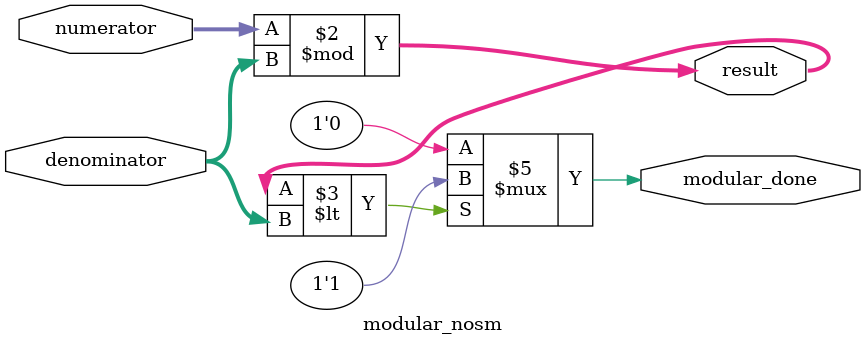
<source format=sv>
module modular_nosm(input [31:0] numerator, denominator,
					output logic modular_done,
					output logic [31:0] result);
					
		
		always_comb
		begin
			result = numerator % denominator;
			modular_done = 1'b0;
			if(result < denominator)
				modular_done = 1'b1;		
		end
		
endmodule 
</source>
